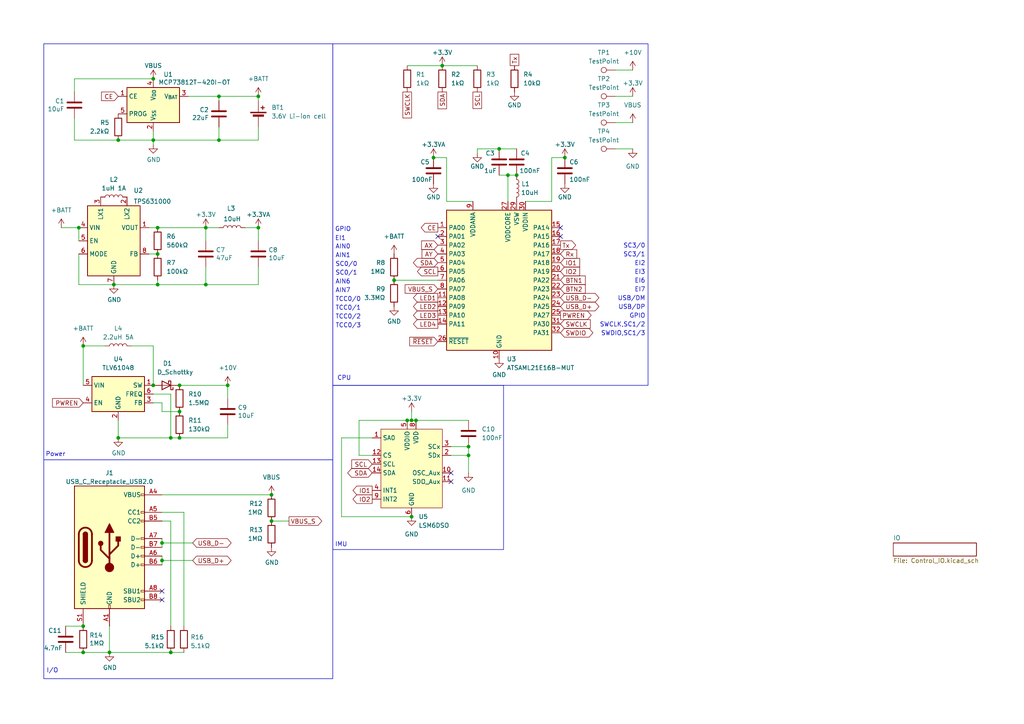
<source format=kicad_sch>
(kicad_sch (version 20250114) (generator "eeschema") (generator_version "9.0")
  (paper "A4")
  (lib_symbols
    (symbol "Battery_Management:MCP73812T-420I-OT"
      (property "Reference" "U" (at -6.35 6.35 0))
      (property "Value" "MCP73812T-420I-OT" (at 1.27 6.35 0))
      (symbol "MCP73812T-420I-OT_0_1"
        (rectangle (start -7.62 5.08) (end 7.62 -5.08) (stroke (width 0.254)) (fill (type background)))
      )
      (symbol "MCP73812T-420I-OT_1_1"
        (pin input line (at -10.16 2.54 0) (length 2.54) (name "CE") (number "1"))
        (pin input line (at -10.16 -2.54 0) (length 2.54) (name "PROG") (number "5"))
        (pin power_in line (at 0 7.62 270) (length 2.54) (name "V_{DD}") (number "4"))
        (pin power_in line (at 0 -7.62 90) (length 2.54) (name "V_{SS}") (number "2"))
        (pin power_out line (at 10.16 2.54 180) (length 2.54) (name "V_{BAT}") (number "3"))
      )
    )
    (symbol "Connector:TestPoint" (pin_numbers (hide yes)) (pin_names (offset 0.762) (hide yes))
      (property "Reference" "TP" (at 0 6.858 0))
      (property "Value" "TestPoint" (at 0 5.08 0))
      (symbol "TestPoint_0_1"
        (circle (center 0 3.302) (radius 0.762))
      )
      (symbol "TestPoint_1_1"
        (pin passive line (at 0 0 90) (length 2.54) (name "1") (number "1"))
      )
    )
    (symbol "Connector:USB_C_Receptacle_USB2.0" (pin_names (offset 1.016))
      (property "Reference" "J" (at -10.16 19.05 0))
      (property "Value" "USB_C_Receptacle_USB2.0" (at 19.05 19.05 0))
      (symbol "USB_C_Receptacle_USB2.0_0_0"
        (rectangle (start -0.254 -17.78) (end 0.254 -16.764))
        (rectangle (start 10.16 15.494) (end 9.144 14.986))
        (rectangle (start 10.16 10.414) (end 9.144 9.906))
        (rectangle (start 10.16 7.874) (end 9.144 7.366))
        (rectangle (start 10.16 2.794) (end 9.144 2.286))
        (rectangle (start 10.16 0.254) (end 9.144 -0.254))
        (rectangle (start 10.16 -2.286) (end 9.144 -2.794))
        (rectangle (start 10.16 -4.826) (end 9.144 -5.334))
        (rectangle (start 10.16 -12.446) (end 9.144 -12.954))
        (rectangle (start 10.16 -14.986) (end 9.144 -15.494))
      )
      (symbol "USB_C_Receptacle_USB2.0_0_1"
        (rectangle (start -10.16 17.78) (end 10.16 -17.78) (stroke (width 0.254)) (fill (type background)))
        (polyline (pts (xy -8.89 -3.81) (xy -8.89 3.81)) (stroke (width 0.508)))
        (rectangle (start -7.62 -3.81) (end -6.35 3.81) (stroke (width 0.254)) (fill (type outline)))
        (arc (start -7.62 3.81) (mid -6.985 4.4423) (end -6.35 3.81) (stroke (width 0.254)))
        (arc (start -7.62 3.81) (mid -6.985 4.4423) (end -6.35 3.81) (stroke (width 0.254)) (fill (type outline)))
        (arc (start -8.89 3.81) (mid -6.985 5.7067) (end -5.08 3.81) (stroke (width 0.508)))
        (arc (start -5.08 -3.81) (mid -6.985 -5.7067) (end -8.89 -3.81) (stroke (width 0.508)))
        (arc (start -6.35 -3.81) (mid -6.985 -4.4423) (end -7.62 -3.81) (stroke (width 0.254)))
        (arc (start -6.35 -3.81) (mid -6.985 -4.4423) (end -7.62 -3.81) (stroke (width 0.254)) (fill (type outline)))
        (polyline (pts (xy -5.08 3.81) (xy -5.08 -3.81)) (stroke (width 0.508)))
        (circle (center -2.54 1.143) (radius 0.635) (stroke (width 0.254)) (fill (type outline)))
        (polyline (pts (xy -1.27 4.318) (xy 0 6.858) (xy 1.27 4.318) (xy -1.27 4.318)) (stroke (width 0.254)) (fill (type outline)))
        (polyline (pts (xy 0 -2.032) (xy 2.54 0.508) (xy 2.54 1.778)) (stroke (width 0.508)))
        (polyline (pts (xy 0 -3.302) (xy -2.54 -0.762) (xy -2.54 0.508)) (stroke (width 0.508)))
        (polyline (pts (xy 0 -5.842) (xy 0 4.318)) (stroke (width 0.508)))
        (circle (center 0 -5.842) (radius 1.27) (fill (type outline)))
        (rectangle (start 1.905 1.778) (end 3.175 3.048) (stroke (width 0.254)) (fill (type outline)))
      )
      (symbol "USB_C_Receptacle_USB2.0_1_1"
        (pin passive line (at -7.62 -22.86 90) (length 5.08) (name "SHIELD") (number "S1"))
        (pin passive line (at 0 -22.86 90) (length 5.08) (name "GND") (number "A1"))
        (pin passive line (at 0 -22.86 90) (length 5.08) (hide yes) (name "GND") (number "A12"))
        (pin passive line (at 0 -22.86 90) (length 5.08) (hide yes) (name "GND") (number "B1"))
        (pin passive line (at 0 -22.86 90) (length 5.08) (hide yes) (name "GND") (number "B12"))
        (pin passive line (at 15.24 15.24 180) (length 5.08) (name "VBUS") (number "A4"))
        (pin passive line (at 15.24 15.24 180) (length 5.08) (hide yes) (name "VBUS") (number "A9"))
        (pin passive line (at 15.24 15.24 180) (length 5.08) (hide yes) (name "VBUS") (number "B4"))
        (pin passive line (at 15.24 15.24 180) (length 5.08) (hide yes) (name "VBUS") (number "B9"))
        (pin bidirectional line (at 15.24 10.16 180) (length 5.08) (name "CC1") (number "A5"))
        (pin bidirectional line (at 15.24 7.62 180) (length 5.08) (name "CC2") (number "B5"))
        (pin bidirectional line (at 15.24 2.54 180) (length 5.08) (name "D-") (number "A7"))
        (pin bidirectional line (at 15.24 0 180) (length 5.08) (name "D-") (number "B7"))
        (pin bidirectional line (at 15.24 -2.54 180) (length 5.08) (name "D+") (number "A6"))
        (pin bidirectional line (at 15.24 -5.08 180) (length 5.08) (name "D+") (number "B6"))
        (pin bidirectional line (at 15.24 -12.7 180) (length 5.08) (name "SBU1") (number "A8"))
        (pin bidirectional line (at 15.24 -15.24 180) (length 5.08) (name "SBU2") (number "B8"))
      )
    )
    (symbol "Custom:LSM6DSO"
      (property "Reference" "U" (at -7.62 -12.7 0))
      (property "Value" "LSM6DSO" (at 7.62 -12.7 0))
      (symbol "LSM6DSO_0_1"
        (rectangle (start -8.89 11.43) (end 8.89 -11.43) (fill (type background)))
      )
      (symbol "LSM6DSO_1_1"
        (pin input line (at -11.43 8.89 0) (length 2.54) (name "SA0") (number "1"))
        (pin input line (at -11.43 3.81 0) (length 2.54) (name "CS") (number "12"))
        (pin input line (at -11.43 1.27 0) (length 2.54) (name "SCL") (number "13"))
        (pin input line (at -11.43 -1.27 0) (length 2.54) (name "SDA") (number "14"))
        (pin output line (at -11.43 -6.35 0) (length 2.54) (name "INT1") (number "4"))
        (pin output line (at -11.43 -8.89 0) (length 2.54) (name "INT2") (number "9"))
        (pin power_in line (at -1.27 13.97 270) (length 2.54) (name "VDDIO") (number "5"))
        (pin power_in line (at 0 -13.97 90) (length 2.54) (name "GND") (number "6"))
        (pin power_in line (at 0 -13.97 90) (length 2.54) (hide yes) (name "GND") (number "7"))
        (pin power_in line (at 1.27 13.97 270) (length 2.54) (name "VDD") (number "8"))
        (pin output line (at 11.43 6.35 180) (length 2.54) (name "SCx") (number "3"))
        (pin bidirectional line (at 11.43 3.81 180) (length 2.54) (name "SDx") (number "2"))
        (pin output line (at 11.43 -1.27 180) (length 2.54) (name "OSC_Aux") (number "10"))
        (pin input line (at 11.43 -3.81 180) (length 2.54) (name "SDO_Aux") (number "11"))
      )
    )
    (symbol "Custom:TLV61048"
      (property "Reference" "U" (at -7.874 -6.604 0))
      (property "Value" "TLV61048" (at 6.35 -6.35 0))
      (symbol "TLV61048_0_1"
        (rectangle (start -7.62 5.08) (end 7.62 -5.08) (stroke (width 0.254)) (fill (type background)))
      )
      (symbol "TLV61048_1_1"
        (pin power_in line (at -10.16 2.54 0) (length 2.54) (name "VIN") (number "5"))
        (pin input line (at -10.16 -2.54 0) (length 2.54) (name "EN") (number "4"))
        (pin power_in line (at 0 -7.62 90) (length 2.54) (name "GND") (number "2"))
        (pin power_out line (at 10.16 2.54 180) (length 2.54) (name "SW") (number "1"))
        (pin input line (at 10.16 0 180) (length 2.54) (name "FREQ") (number "6"))
        (pin input line (at 10.16 -2.54 180) (length 2.54) (name "FB") (number "3"))
      )
    )
    (symbol "Custom:TPS631000"
      (property "Reference" "U" (at -7.112 -12.7 0))
      (property "Value" "TPS631000" (at 8.128 -12.7 0))
      (symbol "TPS631000_0_1"
        (rectangle (start -7.62 10.16) (end 7.62 -10.16) (stroke (width 0.254)) (fill (type background)))
      )
      (symbol "TPS631000_1_0"
        (pin input line (at 10.16 -3.81 180) (length 2.54) (name "FB") (number "8"))
      )
      (symbol "TPS631000_1_1"
        (pin power_in line (at -10.16 3.81 0) (length 2.54) (name "VIN") (number "4"))
        (pin input line (at -10.16 0 0) (length 2.54) (name "EN") (number "5"))
        (pin input line (at -10.16 -3.81 0) (length 2.54) (name "MODE") (number "6"))
        (pin input line (at -3.81 12.7 270) (length 2.54) (name "LX1") (number "3"))
        (pin input line (at 0 -12.7 90) (length 2.54) (name "GND") (number "7"))
        (pin input line (at 3.81 12.7 270) (length 2.54) (name "LX2") (number "2"))
        (pin power_out line (at 10.16 3.81 180) (length 2.54) (name "VOUT") (number "1"))
      )
    )
    (symbol "Device:Battery_Cell" (pin_numbers (hide yes)) (pin_names (offset 0) (hide yes))
      (property "Reference" "BT" (at 2.54 2.54 0))
      (property "Value" "Battery_Cell" (at 2.54 0 0))
      (symbol "Battery_Cell_0_1"
        (rectangle (start -2.286 1.778) (end 2.286 1.524) (fill (type outline)))
        (rectangle (start -1.524 1.016) (end 1.524 0.508) (fill (type outline)))
        (polyline (pts (xy 0 1.778) (xy 0 2.54)))
        (polyline (pts (xy 0 0.762) (xy 0 0)))
        (polyline (pts (xy 0.762 3.048) (xy 1.778 3.048)) (stroke (width 0.254)))
        (polyline (pts (xy 1.27 3.556) (xy 1.27 2.54)) (stroke (width 0.254)))
      )
      (symbol "Battery_Cell_1_1"
        (pin passive line (at 0 5.08 270) (length 2.54) (name "+") (number "1"))
        (pin passive line (at 0 -2.54 90) (length 2.54) (name "-") (number "2"))
      )
    )
    (symbol "Device:C" (pin_numbers (hide yes)) (pin_names (offset 0.254))
      (property "Reference" "C" (at 0.635 2.54 0))
      (property "Value" "C" (at 0.635 -2.54 0))
      (symbol "C_0_1"
        (polyline (pts (xy -2.032 0.762) (xy 2.032 0.762)) (stroke (width 0.508)))
        (polyline (pts (xy -2.032 -0.762) (xy 2.032 -0.762)) (stroke (width 0.508)))
      )
      (symbol "C_1_1"
        (pin passive line (at 0 3.81 270) (length 2.794) (name "~") (number "1"))
        (pin passive line (at 0 -3.81 90) (length 2.794) (name "~") (number "2"))
      )
    )
    (symbol "Device:D_Schottky" (pin_numbers (hide yes)) (pin_names (offset 1.016) (hide yes))
      (property "Reference" "D" (at 0 2.54 0))
      (property "Value" "D_Schottky" (at 0 -2.54 0))
      (symbol "D_Schottky_0_1"
        (polyline (pts (xy -1.905 0.635) (xy -1.905 1.27) (xy -1.27 1.27) (xy -1.27 -1.27) (xy -0.635 -1.27) (xy -0.635 -0.635)) (stroke (width 0.254)))
        (polyline (pts (xy 1.27 1.27) (xy 1.27 -1.27) (xy -1.27 0) (xy 1.27 1.27)) (stroke (width 0.254)))
        (polyline (pts (xy 1.27 0) (xy -1.27 0)))
      )
      (symbol "D_Schottky_1_1"
        (pin passive line (at -3.81 0 0) (length 2.54) (name "K") (number "1"))
        (pin passive line (at 3.81 0 180) (length 2.54) (name "A") (number "2"))
      )
    )
    (symbol "Device:L" (pin_numbers (hide yes)) (pin_names (offset 1.016) (hide yes))
      (property "Reference" "L" (at -1.27 0 90))
      (property "Value" "L" (at 1.905 0 90))
      (symbol "L_0_1"
        (arc (start 0 2.54) (mid 0.6323 1.905) (end 0 1.27))
        (arc (start 0 1.27) (mid 0.6323 0.635) (end 0 0))
        (arc (start 0 0) (mid 0.6323 -0.635) (end 0 -1.27))
        (arc (start 0 -1.27) (mid 0.6323 -1.905) (end 0 -2.54))
      )
      (symbol "L_1_1"
        (pin passive line (at 0 3.81 270) (length 1.27) (name "1") (number "1"))
        (pin passive line (at 0 -3.81 90) (length 1.27) (name "2") (number "2"))
      )
    )
    (symbol "Device:R" (pin_numbers (hide yes)) (pin_names (offset 0))
      (property "Reference" "R" (at 2.032 0 90))
      (property "Value" "R" (at 0 0 90))
      (symbol "R_0_1"
        (rectangle (start -1.016 -2.54) (end 1.016 2.54) (stroke (width 0.254)))
      )
      (symbol "R_1_1"
        (pin passive line (at 0 3.81 270) (length 1.27) (name "~") (number "1"))
        (pin passive line (at 0 -3.81 90) (length 1.27) (name "~") (number "2"))
      )
    )
    (symbol "MCU_Microchip_SAML:ATSAML21E16B-MUT"
      (property "Reference" "U" (at -17.78 22.86 0))
      (property "Value" "ATSAML21E16B-MUT" (at -12.7 -22.86 0))
      (symbol "ATSAML21E16B-MUT_0_1"
        (rectangle (start -15.24 20.32) (end 15.24 -20.32) (stroke (width 0.254)) (fill (type background)))
      )
      (symbol "ATSAML21E16B-MUT_1_1"
        (pin bidirectional line (at -17.78 15.24 0) (length 2.54) (name "PA00") (number "1"))
        (pin bidirectional line (at -17.78 12.7 0) (length 2.54) (name "PA01") (number "2"))
        (pin bidirectional line (at -17.78 10.16 0) (length 2.54) (name "PA02") (number "3"))
        (pin bidirectional line (at -17.78 7.62 0) (length 2.54) (name "PA03") (number "4"))
        (pin bidirectional line (at -17.78 5.08 0) (length 2.54) (name "PA04") (number "5"))
        (pin bidirectional line (at -17.78 2.54 0) (length 2.54) (name "PA05") (number "6"))
        (pin bidirectional line (at -17.78 0 0) (length 2.54) (name "PA06") (number "7"))
        (pin bidirectional line (at -17.78 -2.54 0) (length 2.54) (name "PA07") (number "8"))
        (pin bidirectional line (at -17.78 -5.08 0) (length 2.54) (name "PA08") (number "11"))
        (pin bidirectional line (at -17.78 -7.62 0) (length 2.54) (name "PA09") (number "12"))
        (pin bidirectional line (at -17.78 -10.16 0) (length 2.54) (name "PA10") (number "13"))
        (pin bidirectional line (at -17.78 -12.7 0) (length 2.54) (name "PA11") (number "14"))
        (pin input line (at -17.78 -17.78 0) (length 2.54) (name "~{RESET}") (number "26"))
        (pin power_in line (at -7.62 22.86 270) (length 2.54) (name "VDDANA") (number "9"))
        (pin power_in line (at 0 -22.86 90) (length 2.54) (name "GND") (number "10"))
        (pin passive line (at 0 -22.86 90) (length 2.54) (hide yes) (name "GND") (number "28"))
        (pin passive line (at 0 -22.86 90) (length 2.54) (hide yes) (name "GND") (number "33"))
        (pin power_in line (at 2.54 22.86 270) (length 2.54) (name "VDDCORE") (number "27"))
        (pin power_out line (at 5.08 22.86 270) (length 2.54) (name "VSW") (number "29"))
        (pin power_in line (at 7.62 22.86 270) (length 2.54) (name "VDDIN") (number "30"))
        (pin bidirectional line (at 17.78 15.24 180) (length 2.54) (name "PA14") (number "15"))
        (pin bidirectional line (at 17.78 12.7 180) (length 2.54) (name "PA15") (number "16"))
        (pin bidirectional line (at 17.78 10.16 180) (length 2.54) (name "PA16") (number "17"))
        (pin bidirectional line (at 17.78 7.62 180) (length 2.54) (name "PA17") (number "18"))
        (pin bidirectional line (at 17.78 5.08 180) (length 2.54) (name "PA18") (number "19"))
        (pin bidirectional line (at 17.78 2.54 180) (length 2.54) (name "PA19") (number "20"))
        (pin bidirectional line (at 17.78 0 180) (length 2.54) (name "PA22") (number "21"))
        (pin bidirectional line (at 17.78 -2.54 180) (length 2.54) (name "PA23") (number "22"))
        (pin bidirectional line (at 17.78 -5.08 180) (length 2.54) (name "PA24") (number "23"))
        (pin bidirectional line (at 17.78 -7.62 180) (length 2.54) (name "PA25") (number "24"))
        (pin bidirectional line (at 17.78 -10.16 180) (length 2.54) (name "PA27") (number "25"))
        (pin bidirectional line (at 17.78 -12.7 180) (length 2.54) (name "PA30") (number "31"))
        (pin bidirectional line (at 17.78 -15.24 180) (length 2.54) (name "PA31") (number "32"))
      )
    )
    (symbol "power:+10V" (power) (pin_numbers (hide yes)) (pin_names (offset 0) (hide yes))
      (property "Value" "+10V" (at 0 3.556 0))
      (symbol "+10V_0_1"
        (polyline (pts (xy -0.762 1.27) (xy 0 2.54)))
        (polyline (pts (xy 0 2.54) (xy 0.762 1.27)))
        (polyline (pts (xy 0 0) (xy 0 2.54)))
      )
      (symbol "+10V_1_1"
        (pin power_in line (at 0 0 90) (length 0) (name "~") (number "1"))
      )
    )
    (symbol "power:+3.3V" (power) (pin_names (offset 0))
      (property "Value" "+3.3V" (at 0 3.556 0))
      (symbol "+3.3V_0_1"
        (polyline (pts (xy -0.762 1.27) (xy 0 2.54)))
        (polyline (pts (xy 0 2.54) (xy 0.762 1.27)))
        (polyline (pts (xy 0 0) (xy 0 2.54)))
      )
      (symbol "+3.3V_1_1"
        (pin power_in line (at 0 0 90) (length 0) (hide yes) (name "+3.3V") (number "1"))
      )
    )
    (symbol "power:+3.3VA" (power) (pin_names (offset 0))
      (property "Value" "+3.3VA" (at 0 3.556 0))
      (symbol "+3.3VA_0_1"
        (polyline (pts (xy -0.762 1.27) (xy 0 2.54)))
        (polyline (pts (xy 0 2.54) (xy 0.762 1.27)))
        (polyline (pts (xy 0 0) (xy 0 2.54)))
      )
      (symbol "+3.3VA_1_1"
        (pin power_in line (at 0 0 90) (length 0) (hide yes) (name "+3.3VA") (number "1"))
      )
    )
    (symbol "power:+BATT" (power) (pin_numbers (hide yes)) (pin_names (offset 0) (hide yes))
      (property "Value" "+BATT" (at 0 3.556 0))
      (symbol "+BATT_0_1"
        (polyline (pts (xy -0.762 1.27) (xy 0 2.54)))
        (polyline (pts (xy 0 2.54) (xy 0.762 1.27)))
        (polyline (pts (xy 0 0) (xy 0 2.54)))
      )
      (symbol "+BATT_1_1"
        (pin power_in line (at 0 0 90) (length 0) (name "~") (number "1"))
      )
    )
    (symbol "power:GND" (power) (pin_names (offset 0))
      (property "Value" "GND" (at 0 -3.81 0))
      (symbol "GND_0_1"
        (polyline (pts (xy 0 0) (xy 0 -1.27) (xy 1.27 -1.27) (xy 0 -2.54) (xy -1.27 -1.27) (xy 0 -1.27)))
      )
      (symbol "GND_1_1"
        (pin power_in line (at 0 0 270) (length 0) (hide yes) (name "GND") (number "1"))
      )
    )
    (symbol "power:VBUS" (power) (pin_numbers (hide yes)) (pin_names (offset 0) (hide yes))
      (property "Value" "VBUS" (at 0 3.556 0))
      (symbol "VBUS_0_1"
        (polyline (pts (xy -0.762 1.27) (xy 0 2.54)))
        (polyline (pts (xy 0 2.54) (xy 0.762 1.27)))
        (polyline (pts (xy 0 0) (xy 0 2.54)))
      )
      (symbol "VBUS_1_1"
        (pin power_in line (at 0 0 90) (length 0) (name "~") (number "1"))
      )
    )
  )
  (rectangle (start 12.7 133.35) (end 96.52 196.85))
  (rectangle (start 96.52 111.76) (end 146.05 159.385))
  (rectangle (start 96.52 12.7) (end 187.96 111.76))
  (rectangle (start 12.7 12.7) (end 96.52 133.35))
  (text "EI2" (at 187.198 77.216 0) (effects (font (size 1.27 1.27)) (justify right bottom)))
  (text "EI6" (at 187.198 82.296 0) (effects (font (size 1.27 1.27)) (justify right bottom)))
  (text "USB/DM" (at 187.198 87.376 0) (effects (font (size 1.27 1.27)) (justify right bottom)))
  (text "TCC0/1" (at 97.2602 90.1563 0) (effects (font (size 1.27 1.27)) (justify left bottom)))
  (text "SC0/1" (at 97.2602 79.9963 0) (effects (font (size 1.27 1.27)) (justify left bottom)))
  (text "AIN7" (at 97.2602 85.0763 0) (effects (font (size 1.27 1.27)) (justify left bottom)))
  (text "AIN6" (at 97.2602 82.5363 0) (effects (font (size 1.27 1.27)) (justify left bottom)))
  (text "SWDIO,SC1/3" (at 187.198 97.536 0) (effects (font (size 1.27 1.27)) (justify right bottom)))
  (text "EI3" (at 187.198 79.756 0) (effects (font (size 1.27 1.27)) (justify right bottom)))
  (text "AIN1" (at 97.2602 74.9163 0) (effects (font (size 1.27 1.27)) (justify left bottom)))
  (text "TCC0/3" (at 97.282 95.25 0) (effects (font (size 1.27 1.27)) (justify left bottom)))
  (text "GPIO" (at 187.198 92.456 0) (effects (font (size 1.27 1.27)) (justify right bottom)))
  (text "EI7" (at 187.198 84.836 0) (effects (font (size 1.27 1.27)) (justify right bottom)))
  (text "TCC0/0" (at 97.2602 87.6163 0) (effects (font (size 1.27 1.27)) (justify left bottom)))
  (text "GPIO" (at 97.155 67.31 0) (effects (font (size 1.27 1.27)) (justify left bottom)))
  (text "IMU" (at 97.155 158.75 0) (effects (font (size 1.27 1.27)) (justify left bottom)))
  (text "USB/DP" (at 187.198 89.916 0) (effects (font (size 1.27 1.27)) (justify right bottom)))
  (text "EI1" (at 97.155 69.215 0) (effects (font (size 1.27 1.27)) (justify left)))
  (text "TCC0/2" (at 97.2602 92.6963 0) (effects (font (size 1.27 1.27)) (justify left bottom)))
  (text "Power" (at 13.208 132.588 0) (effects (font (size 1.27 1.27)) (justify left bottom)))
  (text "AIN0" (at 97.2602 72.3763 0) (effects (font (size 1.27 1.27)) (justify left bottom)))
  (text "SC3/0" (at 187.198 72.136 0) (effects (font (size 1.27 1.27)) (justify right bottom)))
  (text "SC3/1" (at 187.198 74.676 0) (effects (font (size 1.27 1.27)) (justify right bottom)))
  (text "SWCLK,SC1/2" (at 187.198 94.996 0) (effects (font (size 1.27 1.27)) (justify right bottom)))
  (text "SC0/0" (at 97.2602 77.4563 0) (effects (font (size 1.27 1.27)) (justify left bottom)))
  (text "I/O" (at 13.462 195.326 0) (effects (font (size 1.27 1.27)) (justify left bottom)))
  (text "CPU" (at 97.79 110.49 0) (effects (font (size 1.27 1.27)) (justify left bottom)))
  (junction (at 45.72 66.04))
  (junction (at 52.07 119.38))
  (junction (at 46.99 162.56))
  (junction (at 74.93 27.94))
  (junction (at 34.29 127))
  (junction (at 74.93 66.04))
  (junction (at 24.13 181.61))
  (junction (at 24.13 100.33))
  (junction (at 118.11 121.92))
  (junction (at 49.53 127))
  (junction (at 135.89 132.08))
  (junction (at 135.89 129.54))
  (junction (at 49.53 189.23))
  (junction (at 119.38 149.86))
  (junction (at 31.75 189.23))
  (junction (at 46.99 157.48))
  (junction (at 59.69 82.55))
  (junction (at 44.45 40.64))
  (junction (at 125.73 45.72))
  (junction (at 147.32 50.8))
  (junction (at 78.74 151.13))
  (junction (at 78.74 143.51))
  (junction (at 24.13 189.23))
  (junction (at 144.78 43.18))
  (junction (at 52.07 111.76))
  (junction (at 63.5 27.94))
  (junction (at 114.3 81.28))
  (junction (at 149.86 50.8))
  (junction (at 52.07 127))
  (junction (at 22.86 66.04))
  (junction (at 128.27 19.05))
  (junction (at 45.72 82.55))
  (junction (at 45.72 73.66))
  (junction (at 120.65 121.92))
  (junction (at 63.5 40.64))
  (junction (at 59.69 66.04))
  (junction (at 44.45 111.76))
  (junction (at 33.02 82.55))
  (junction (at 163.83 45.72))
  (junction (at 44.45 22.86))
  (junction (at 119.38 121.92))
  (junction (at 66.04 111.76))
  (junction (at 34.29 40.64))
  (no_connect (at 162.56 68.58))
  (no_connect (at 46.99 173.99))
  (no_connect (at 162.56 66.04))
  (no_connect (at 130.81 137.16))
  (no_connect (at 127 68.58))
  (no_connect (at 46.99 171.45))
  (no_connect (at 130.81 139.7))
  (wire (pts (xy 74.93 66.04) (xy 74.93 69.85)))
  (wire (pts (xy 59.69 82.55) (xy 59.69 77.47)))
  (wire (pts (xy 129.54 45.72) (xy 125.73 45.72)))
  (wire (pts (xy 53.34 148.59) (xy 46.99 148.59)))
  (wire (pts (xy 46.99 151.13) (xy 49.53 151.13)))
  (wire (pts (xy 66.04 111.76) (xy 52.07 111.76)))
  (wire (pts (xy 130.81 132.08) (xy 135.89 132.08)))
  (wire (pts (xy 160.02 58.42) (xy 152.4 58.42)))
  (wire (pts (xy 21.59 26.67) (xy 21.59 22.86)))
  (wire (pts (xy 74.93 29.21) (xy 74.93 27.94)))
  (wire (pts (xy 130.81 129.54) (xy 135.89 129.54)))
  (wire (pts (xy 99.06 127) (xy 107.95 127)))
  (wire (pts (xy 21.59 40.64) (xy 34.29 40.64)))
  (wire (pts (xy 21.59 22.86) (xy 44.45 22.86)))
  (wire (pts (xy 178.435 27.94) (xy 183.515 27.94)))
  (wire (pts (xy 63.5 27.94) (xy 74.93 27.94)))
  (wire (pts (xy 53.34 181.61) (xy 53.34 148.59)))
  (wire (pts (xy 149.86 50.8) (xy 147.32 50.8)))
  (wire (pts (xy 54.61 27.94) (xy 63.5 27.94)))
  (wire (pts (xy 21.59 34.29) (xy 21.59 40.64)))
  (wire (pts (xy 46.99 119.38) (xy 52.07 119.38)))
  (wire (pts (xy 43.18 73.66) (xy 45.72 73.66)))
  (wire (pts (xy 74.93 36.83) (xy 74.93 40.64)))
  (wire (pts (xy 17.78 66.04) (xy 22.86 66.04)))
  (wire (pts (xy 104.14 121.92) (xy 118.11 121.92)))
  (wire (pts (xy 59.69 82.55) (xy 74.93 82.55)))
  (wire (pts (xy 59.69 66.04) (xy 63.5 66.04)))
  (wire (pts (xy 114.3 81.28) (xy 127 81.28)))
  (wire (pts (xy 33.02 82.55) (xy 45.72 82.55)))
  (wire (pts (xy 104.14 132.08) (xy 104.14 121.92)))
  (wire (pts (xy 129.54 58.42) (xy 137.16 58.42)))
  (wire (pts (xy 34.29 40.64) (xy 44.45 40.64)))
  (wire (pts (xy 118.11 121.92) (xy 119.38 121.92)))
  (wire (pts (xy 45.72 81.28) (xy 45.72 82.55)))
  (wire (pts (xy 178.435 35.56) (xy 183.515 35.56)))
  (wire (pts (xy 119.38 121.92) (xy 120.65 121.92)))
  (wire (pts (xy 118.11 19.05) (xy 128.27 19.05)))
  (wire (pts (xy 31.75 181.61) (xy 31.75 189.23)))
  (wire (pts (xy 38.1 100.33) (xy 44.45 100.33)))
  (wire (pts (xy 19.05 181.61) (xy 24.13 181.61)))
  (wire (pts (xy 120.65 121.92) (xy 135.89 121.92)))
  (wire (pts (xy 63.5 27.94) (xy 63.5 29.21)))
  (wire (pts (xy 46.99 143.51) (xy 78.74 143.51)))
  (wire (pts (xy 78.74 151.13) (xy 83.82 151.13)))
  (wire (pts (xy 22.86 82.55) (xy 33.02 82.55)))
  (wire (pts (xy 160.02 45.72) (xy 160.02 58.42)))
  (wire (pts (xy 46.99 157.48) (xy 55.88 157.48)))
  (wire (pts (xy 49.53 127) (xy 34.29 127)))
  (wire (pts (xy 119.38 149.86) (xy 99.06 149.86)))
  (wire (pts (xy 44.45 116.84) (xy 46.99 116.84)))
  (wire (pts (xy 66.04 111.76) (xy 66.04 115.57)))
  (wire (pts (xy 44.45 114.3) (xy 49.53 114.3)))
  (wire (pts (xy 31.75 189.23) (xy 49.53 189.23)))
  (wire (pts (xy 46.99 116.84) (xy 46.99 119.38)))
  (wire (pts (xy 24.13 189.23) (xy 31.75 189.23)))
  (wire (pts (xy 43.18 66.04) (xy 45.72 66.04)))
  (wire (pts (xy 66.04 127) (xy 52.07 127)))
  (wire (pts (xy 19.05 189.23) (xy 24.13 189.23)))
  (wire (pts (xy 99.06 149.86) (xy 99.06 127)))
  (wire (pts (xy 52.07 127) (xy 49.53 127)))
  (wire (pts (xy 22.86 73.66) (xy 22.86 82.55)))
  (wire (pts (xy 178.435 20.32) (xy 183.515 20.32)))
  (wire (pts (xy 22.86 66.04) (xy 22.86 69.85)))
  (wire (pts (xy 178.435 43.18) (xy 183.515 43.18)))
  (wire (pts (xy 45.72 66.04) (xy 59.69 66.04)))
  (wire (pts (xy 66.04 123.19) (xy 66.04 127)))
  (wire (pts (xy 119.38 119.38) (xy 119.38 121.92)))
  (wire (pts (xy 24.13 111.76) (xy 24.13 100.33)))
  (wire (pts (xy 63.5 40.64) (xy 74.93 40.64)))
  (wire (pts (xy 63.5 36.83) (xy 63.5 40.64)))
  (wire (pts (xy 46.99 156.21) (xy 46.99 157.48)))
  (wire (pts (xy 44.45 40.64) (xy 44.45 38.1)))
  (wire (pts (xy 49.53 151.13) (xy 49.53 181.61)))
  (wire (pts (xy 107.95 132.08) (xy 104.14 132.08)))
  (wire (pts (xy 49.53 189.23) (xy 53.34 189.23)))
  (wire (pts (xy 147.32 50.8) (xy 147.32 58.42)))
  (wire (pts (xy 138.43 44.45) (xy 138.43 43.18)))
  (wire (pts (xy 138.43 43.18) (xy 144.78 43.18)))
  (wire (pts (xy 46.99 162.56) (xy 46.99 163.83)))
  (wire (pts (xy 144.78 43.18) (xy 149.86 43.18)))
  (wire (pts (xy 147.32 50.8) (xy 144.78 50.8)))
  (wire (pts (xy 44.45 100.33) (xy 44.45 111.76)))
  (wire (pts (xy 135.89 132.08) (xy 135.89 137.16)))
  (wire (pts (xy 46.99 162.56) (xy 55.88 162.56)))
  (wire (pts (xy 129.54 58.42) (xy 129.54 45.72)))
  (wire (pts (xy 49.53 114.3) (xy 49.53 127)))
  (wire (pts (xy 46.99 161.29) (xy 46.99 162.56)))
  (wire (pts (xy 71.12 66.04) (xy 74.93 66.04)))
  (wire (pts (xy 44.45 40.64) (xy 63.5 40.64)))
  (wire (pts (xy 46.99 157.48) (xy 46.99 158.75)))
  (wire (pts (xy 24.13 100.33) (xy 30.48 100.33)))
  (wire (pts (xy 128.27 19.05) (xy 138.43 19.05)))
  (wire (pts (xy 59.69 66.04) (xy 59.69 69.85)))
  (wire (pts (xy 74.93 82.55) (xy 74.93 77.47)))
  (wire (pts (xy 160.02 45.72) (xy 163.83 45.72)))
  (wire (pts (xy 45.72 82.55) (xy 59.69 82.55)))
  (wire (pts (xy 44.45 41.91) (xy 44.45 40.64)))
  (wire (pts (xy 135.89 129.54) (xy 135.89 132.08)))
  (wire (pts (xy 34.29 127) (xy 34.29 121.92)))
  (global_label "LED4" (shape output) (at 127 93.98 180) (property "Intersheetrefs" "${INTERSHEET_REFS}" (effects (hide yes))))
  (global_label "BTN2" (shape input) (at 162.56 83.82 0) (property "Intersheetrefs" "${INTERSHEET_REFS}" (effects (hide yes))))
  (global_label "LED2" (shape output) (at 127 88.9 180) (property "Intersheetrefs" "${INTERSHEET_REFS}" (effects (hide yes))))
  (global_label "Tx" (shape output) (at 162.56 71.12 0) (property "Intersheetrefs" "${INTERSHEET_REFS}" (effects (hide yes))))
  (global_label "AY" (shape input) (at 127 73.66 180) (property "Intersheetrefs" "${INTERSHEET_REFS}" (effects (hide yes))))
  (global_label "BTN1" (shape input) (at 162.56 81.28 0) (property "Intersheetrefs" "${INTERSHEET_REFS}" (effects (hide yes))))
  (global_label "CE" (shape input) (at 34.29 27.94 180) (property "Intersheetrefs" "${INTERSHEET_REFS}" (effects (hide yes))))
  (global_label "~{RESET}" (shape input) (at 127 99.06 180) (property "Intersheetrefs" "${INTERSHEET_REFS}" (effects (hide yes))))
  (global_label "SWCLK" (shape passive) (at 118.11 26.67 270) (property "Intersheetrefs" "${INTERSHEET_REFS}" (effects (hide yes))))
  (global_label "SDA" (shape passive) (at 128.27 26.67 270) (property "Intersheetrefs" "${INTERSHEET_REFS}" (effects (hide yes))))
  (global_label "IO2" (shape output) (at 107.95 144.78 180) (property "Intersheetrefs" "${INTERSHEET_REFS}" (effects (hide yes))))
  (global_label "PWREN" (shape input) (at 24.13 116.84 180) (property "Intersheetrefs" "${INTERSHEET_REFS}" (effects (hide yes))))
  (global_label "VBUS_S" (shape input) (at 127 83.82 180) (property "Intersheetrefs" "${INTERSHEET_REFS}" (effects (hide yes))))
  (global_label "SWCLK" (shape input) (at 162.56 93.98 0) (property "Intersheetrefs" "${INTERSHEET_REFS}" (effects (hide yes))))
  (global_label "SCL" (shape input) (at 107.95 134.62 180) (property "Intersheetrefs" "${INTERSHEET_REFS}" (effects (hide yes))))
  (global_label "USB_D+" (shape bidirectional) (at 55.88 162.56 0) (property "Intersheetrefs" "${INTERSHEET_REFS}" (effects (hide yes))))
  (global_label "VBUS_S" (shape output) (at 83.82 151.13 0) (property "Intersheetrefs" "${INTERSHEET_REFS}" (effects (hide yes))))
  (global_label "SCL" (shape passive) (at 138.43 26.67 270) (property "Intersheetrefs" "${INTERSHEET_REFS}" (effects (hide yes))))
  (global_label "USB_D-" (shape bidirectional) (at 162.56 86.36 0) (property "Intersheetrefs" "${INTERSHEET_REFS}" (effects (hide yes))))
  (global_label "IO2" (shape input) (at 162.56 78.74 0) (property "Intersheetrefs" "${INTERSHEET_REFS}" (effects (hide yes))))
  (global_label "CE" (shape output) (at 127 66.04 180) (property "Intersheetrefs" "${INTERSHEET_REFS}" (effects (hide yes))))
  (global_label "SWDIO" (shape bidirectional) (at 162.56 96.52 0) (property "Intersheetrefs" "${INTERSHEET_REFS}" (effects (hide yes))))
  (global_label "Rx" (shape input) (at 162.56 73.66 0) (property "Intersheetrefs" "${INTERSHEET_REFS}" (effects (hide yes))))
  (global_label "LED1" (shape output) (at 127 86.36 180) (property "Intersheetrefs" "${INTERSHEET_REFS}" (effects (hide yes))))
  (global_label "SCL" (shape output) (at 127 78.74 180) (property "Intersheetrefs" "${INTERSHEET_REFS}" (effects (hide yes))))
  (global_label "USB_D-" (shape bidirectional) (at 55.88 157.48 0) (property "Intersheetrefs" "${INTERSHEET_REFS}" (effects (hide yes))))
  (global_label "USB_D+" (shape bidirectional) (at 162.56 88.9 0) (property "Intersheetrefs" "${INTERSHEET_REFS}" (effects (hide yes))))
  (global_label "PWREN" (shape output) (at 162.56 91.44 0) (property "Intersheetrefs" "${INTERSHEET_REFS}" (effects (hide yes))))
  (global_label "IO1" (shape output) (at 107.95 142.24 180) (property "Intersheetrefs" "${INTERSHEET_REFS}" (effects (hide yes))))
  (global_label "SDA" (shape bidirectional) (at 127 76.2 180) (property "Intersheetrefs" "${INTERSHEET_REFS}" (effects (hide yes))))
  (global_label "LED3" (shape output) (at 127 91.44 180) (property "Intersheetrefs" "${INTERSHEET_REFS}" (effects (hide yes))))
  (global_label "AX" (shape input) (at 127 71.12 180) (property "Intersheetrefs" "${INTERSHEET_REFS}" (effects (hide yes))))
  (global_label "Tx" (shape passive) (at 149.225 19.05 90) (property "Intersheetrefs" "${INTERSHEET_REFS}" (effects (hide yes))))
  (global_label "SDA" (shape bidirectional) (at 107.95 137.16 180) (property "Intersheetrefs" "${INTERSHEET_REFS}" (effects (hide yes))))
  (global_label "IO1" (shape input) (at 162.56 76.2 0) (property "Intersheetrefs" "${INTERSHEET_REFS}" (effects (hide yes))))
  (symbol (lib_id "power:GND") (at 125.73 53.34 0) (unit 1)
    (property "Reference" "#PWR013" (effects (hide yes)))
    (property "Value" "GND" (at 125.73 57.15 0))
  )
  (symbol (lib_id "Connector:TestPoint") (at 178.435 43.18 90) (unit 1)
    (property "Reference" "TP4" (at 175.133 38.1 90))
    (property "Value" "TestPoint" (at 175.133 40.64 90))
    (property "Footprint" "TestPoint:TestPoint_Pad_D2.5mm" (effects (hide yes)))
    (property "Description" "test point" (effects (hide yes)))
  )
  (symbol (lib_id "Device:R") (at 138.43 22.86 0) (unit 1)
    (property "Reference" "R3" (at 140.97 21.59 0) (effects (justify left)))
    (property "Value" "1kΩ" (at 140.97 24.13 0) (effects (justify left)))
    (property "Footprint" "Resistor_SMD:R_0603_1608Metric" (effects (hide yes)))
  )
  (symbol (lib_id "Device:C") (at 135.89 125.73 180) (unit 1)
    (property "Reference" "C10" (at 139.7 124.4599 0) (effects (justify right)))
    (property "Value" "100nF" (at 139.7 126.9999 0) (effects (justify right)))
    (property "Footprint" "Capacitor_SMD:C_0603_1608Metric" (effects (hide yes)))
  )
  (symbol (lib_id "power:+BATT") (at 114.3 73.66 0) (unit 1)
    (property "Reference" "#PWR018" (effects (hide yes)))
    (property "Value" "+BATT" (at 114.3 68.58 0))
    (property "Description" "Power symbol creates a global label with name \"+BATT\"" (effects (hide yes)))
  )
  (symbol (lib_id "power:+10V") (at 66.04 111.76 0) (unit 1)
    (property "Reference" "#PWR023" (effects (hide yes)))
    (property "Value" "+10V" (at 66.04 106.68 0))
    (property "Description" "Power symbol creates a global label with name \"+10V\"" (effects (hide yes)))
  )
  (symbol (lib_id "Device:R") (at 45.72 77.47 0) (unit 1)
    (property "Reference" "R7" (at 48.26 76.1999 0) (effects (justify left)))
    (property "Value" "100kΩ" (at 48.26 78.7399 0) (effects (justify left)))
    (property "Footprint" "Resistor_SMD:R_0603_1608Metric" (effects (hide yes)))
    (property "Description" "Resistor" (effects (hide yes)))
  )
  (symbol (lib_id "Device:C") (at 149.86 46.99 0) (mirror y) (unit 1)
    (property "Reference" "C4" (at 153.67 44.45 0) (effects (justify left)))
    (property "Value" "100nF" (at 153.67 49.53 0))
    (property "Footprint" "Capacitor_SMD:C_0603_1608Metric" (effects (hide yes)))
  )
  (symbol (lib_id "Device:C") (at 66.04 119.38 0) (unit 1)
    (property "Reference" "C9" (at 68.961 118.2116 0) (effects (justify left)))
    (property "Value" "10uF" (at 68.961 120.523 0) (effects (justify left)))
    (property "Footprint" "Capacitor_SMD:C_0603_1608Metric" (effects (hide yes)))
  )
  (symbol (lib_id "Device:D_Schottky") (at 48.26 111.76 180) (unit 1)
    (property "Reference" "D1" (at 48.5775 105.41 0))
    (property "Value" "D_Schottky" (at 50.8 107.95 0))
    (property "Footprint" "Diode_SMD:D_SMA" (effects (hide yes)))
    (property "Description" "Schottky diode" (effects (hide yes)))
  )
  (symbol (lib_id "Connector:TestPoint") (at 178.435 27.94 90) (unit 1)
    (property "Reference" "TP2" (at 175.133 22.86 90))
    (property "Value" "TestPoint" (at 175.133 25.4 90))
    (property "Footprint" "TestPoint:TestPoint_Pad_D2.5mm" (effects (hide yes)))
    (property "Description" "test point" (effects (hide yes)))
  )
  (symbol (lib_id "power:GND") (at 119.38 149.86 0) (unit 1)
    (property "Reference" "#PWR028" (effects (hide yes)))
    (property "Value" "GND" (at 119.38 154.94 0))
  )
  (symbol (lib_id "power:+BATT") (at 17.78 66.04 0) (unit 1)
    (property "Reference" "#PWR015" (effects (hide yes)))
    (property "Value" "+BATT" (at 17.78 60.96 0))
    (property "Description" "Power symbol creates a global label with name \"+BATT\"" (effects (hide yes)))
  )
  (symbol (lib_id "power:GND") (at 34.29 127 0) (unit 1)
    (property "Reference" "#PWR025" (effects (hide yes)))
    (property "Value" "GND" (at 34.417 131.3942 0))
  )
  (symbol (lib_id "power:GND") (at 44.45 41.91 0) (unit 1)
    (property "Reference" "#PWR08" (effects (hide yes)))
    (property "Value" "GND" (at 44.577 46.3042 0))
  )
  (symbol (lib_id "power:GND") (at 144.78 104.14 0) (unit 1)
    (property "Reference" "#PWR022" (effects (hide yes)))
    (property "Value" "GND" (at 144.78 108.712 0))
  )
  (symbol (lib_id "power:GND") (at 114.3 88.9 0) (unit 1)
    (property "Reference" "#PWR020" (effects (hide yes)))
    (property "Value" "GND" (at 114.3 93.218 0))
  )
  (symbol (lib_id "Device:L") (at 149.86 54.61 0) (unit 1)
    (property "Reference" "L1" (at 153.67 53.34 0) (effects (justify right)))
    (property "Value" "10uH" (at 156.21 55.88 0) (effects (justify right)))
    (property "Footprint" "Capacitor_SMD:C_0603_1608Metric" (effects (hide yes)))
  )
  (symbol (lib_id "power:+BATT") (at 24.13 100.33 0) (unit 1)
    (property "Reference" "#PWR021" (effects (hide yes)))
    (property "Value" "+BATT" (at 24.13 95.25 0))
    (property "Description" "Power symbol creates a global label with name \"+BATT\"" (effects (hide yes)))
  )
  (symbol (lib_id "Device:C") (at 63.5 33.02 0) (mirror y) (unit 1)
    (property "Reference" "C2" (at 60.579 31.8516 0) (effects (justify left)))
    (property "Value" "22uF" (at 60.579 34.163 0) (effects (justify left)))
    (property "Footprint" "Capacitor_SMD:C_0603_1608Metric" (effects (hide yes)))
  )
  (symbol (lib_id "Device:R") (at 24.13 185.42 0) (unit 1)
    (property "Reference" "R14" (at 25.908 184.2516 0) (effects (justify left)))
    (property "Value" "1MΩ" (at 25.908 186.563 0) (effects (justify left)))
    (property "Footprint" "Resistor_SMD:R_0603_1608Metric" (effects (hide yes)))
  )
  (symbol (lib_id "Device:L") (at 67.31 66.04 90) (unit 1)
    (property "Reference" "L3" (at 65.786 60.452 90) (effects (justify right)))
    (property "Value" "10uH" (at 64.77 63.5 90) (effects (justify right)))
    (property "Footprint" "Capacitor_SMD:C_0603_1608Metric" (effects (hide yes)))
  )
  (symbol (lib_id "power:GND") (at 149.225 26.67 0) (unit 1)
    (property "Reference" "#PWR04" (effects (hide yes)))
    (property "Value" "GND" (at 149.225 30.48 0))
  )
  (symbol (lib_id "power:GND") (at 135.89 137.16 0) (unit 1)
    (property "Reference" "#PWR026" (effects (hide yes)))
    (property "Value" "GND" (at 135.89 142.24 0))
  )
  (symbol (lib_id "power:VBUS") (at 183.515 35.56 0) (unit 1)
    (property "Reference" "#PWR07" (effects (hide yes)))
    (property "Value" "VBUS" (at 183.515 30.48 0))
    (property "Description" "Power symbol creates a global label with name \"VBUS\"" (effects (hide yes)))
  )
  (symbol (lib_id "Connector:USB_C_Receptacle_USB2.0") (at 31.75 158.75 0) (unit 1)
    (property "Reference" "J1" (at 31.75 137.16 0))
    (property "Value" "USB_C_Receptacle_USB2.0" (at 31.75 139.7 0))
    (property "Footprint" "Custom:USB4080" (effects (hide yes)))
    (property "Datasheet" "https://www.usb.org/sites/default/files/documents/usb_type-c.zip" (effects (hide yes)))
  )
  (symbol (lib_id "power:VBUS") (at 44.45 22.86 0) (unit 1)
    (property "Reference" "#PWR03" (effects (hide yes)))
    (property "Value" "VBUS" (at 44.45 19.05 0))
    (property "Description" "Power symbol creates a global label with name \"VBUS\"" (effects (hide yes)))
  )
  (symbol (lib_id "Device:L") (at 33.02 57.15 90) (unit 1)
    (property "Reference" "L2" (at 33.02 52.07 90))
    (property "Value" "1uH 1A" (at 33.02 54.61 90))
    (property "Footprint" "Inductor_SMD:L_0805_2012Metric" (effects (hide yes)))
    (property "Description" "Inductor" (effects (hide yes)))
  )
  (symbol (lib_id "Device:R") (at 52.07 123.19 0) (unit 1)
    (property "Reference" "R11" (at 54.61 121.9199 0) (effects (justify left)))
    (property "Value" "130kΩ" (at 54.61 124.4599 0) (effects (justify left)))
    (property "Footprint" "Resistor_SMD:R_0603_1608Metric" (effects (hide yes)))
    (property "Description" "Resistor" (effects (hide yes)))
  )
  (symbol (lib_id "power:+3.3V") (at 128.27 19.05 0) (unit 1)
    (property "Reference" "#PWR01" (effects (hide yes)))
    (property "Value" "+3.3V" (at 128.27 15.24 0))
  )
  (symbol (lib_id "Device:R") (at 52.07 115.57 0) (unit 1)
    (property "Reference" "R10" (at 54.61 114.2999 0) (effects (justify left)))
    (property "Value" "1.5MΩ" (at 54.61 116.8399 0) (effects (justify left)))
    (property "Footprint" "Resistor_SMD:R_0603_1608Metric" (effects (hide yes)))
    (property "Description" "Resistor" (effects (hide yes)))
  )
  (symbol (lib_id "Device:C") (at 21.59 30.48 0) (mirror y) (unit 1)
    (property "Reference" "C1" (at 18.669 29.3116 0) (effects (justify left)))
    (property "Value" "10uF" (at 18.669 31.623 0) (effects (justify left)))
    (property "Footprint" "Capacitor_SMD:C_0603_1608Metric" (effects (hide yes)))
  )
  (symbol (lib_id "power:+3.3V") (at 119.38 119.38 0) (unit 1)
    (property "Reference" "#PWR024" (effects (hide yes)))
    (property "Value" "+3.3V" (at 119.38 115.57 0))
  )
  (symbol (lib_id "Custom:TLV61048") (at 34.29 114.3 0) (unit 1)
    (property "Reference" "U4" (at 34.29 104.14 0))
    (property "Value" "TLV61048" (at 34.29 106.68 0))
    (property "Footprint" "Package_TO_SOT_SMD:SOT-23-6" (effects (hide yes)))
    (property "Datasheet" "https://www.ti.com/lit/ds/symlink/tlv61048.pdf" (effects (hide yes)))
    (property "Description" "14-V Output Voltage Non-synchronous Boost Converter" (effects (hide yes)))
  )
  (symbol (lib_id "Device:L") (at 34.29 100.33 90) (unit 1)
    (property "Reference" "L4" (at 34.29 95.25 90))
    (property "Value" "2.2uH 5A" (at 34.29 97.79 90))
    (property "Footprint" "Inductor_SMD:L_TDK_VLS6045EX_VLS6045AF" (effects (hide yes)))
    (property "Description" "Inductor" (effects (hide yes)))
  )
  (symbol (lib_id "power:GND") (at 163.83 53.34 0) (unit 1)
    (property "Reference" "#PWR014" (effects (hide yes)))
    (property "Value" "GND" (at 163.83 57.15 0))
  )
  (symbol (lib_id "power:+3.3V") (at 163.83 45.72 0) (unit 1)
    (property "Reference" "#PWR012" (effects (hide yes)))
    (property "Value" "+3.3V" (at 163.83 41.91 0))
  )
  (symbol (lib_id "power:+BATT") (at 74.93 27.94 0) (unit 1)
    (property "Reference" "#PWR05" (effects (hide yes)))
    (property "Value" "+BATT" (at 74.93 22.86 0))
    (property "Description" "Power symbol creates a global label with name \"+BATT\"" (effects (hide yes)))
  )
  (symbol (lib_id "power:GND") (at 138.43 44.45 0) (unit 1)
    (property "Reference" "#PWR010" (effects (hide yes)))
    (property "Value" "GND" (at 138.43 48.26 0))
  )
  (symbol (lib_id "power:+10V") (at 183.515 20.32 0) (unit 1)
    (property "Reference" "#PWR02" (effects (hide yes)))
    (property "Value" "+10V" (at 183.515 15.24 0))
    (property "Description" "Power symbol creates a global label with name \"+10V\"" (effects (hide yes)))
  )
  (symbol (lib_id "power:+3.3VA") (at 74.93 66.04 0) (unit 1)
    (property "Reference" "#PWR017" (effects (hide yes)))
    (property "Value" "+3.3VA" (at 74.93 62.23 0))
  )
  (symbol (lib_id "Device:C") (at 74.93 73.66 0) (unit 1)
    (property "Reference" "C8" (at 77.851 72.4916 0) (effects (justify left)))
    (property "Value" "10uF" (at 77.851 74.803 0) (effects (justify left)))
    (property "Footprint" "Capacitor_SMD:C_0603_1608Metric" (effects (hide yes)))
  )
  (symbol (lib_id "Custom:TPS631000") (at 33.02 69.85 0) (unit 1)
    (property "Reference" "U2" (at 38.735 55.245 0) (effects (justify left)))
    (property "Value" "TPS631000" (at 38.735 58.42 0) (effects (justify left)))
    (property "Footprint" "Package_TO_SOT_SMD:SOT-583-8" (effects (hide yes)))
    (property "Datasheet" "http://www.ti.com/lit/ds/symlink/tps631000.pdf" (effects (hide yes)))
    (property "Description" "Buck-Boost Converter, 1.8-5.5V Input Voltage, 1.8A Switch Current, Adjustable 1.2-5.5V Output Voltage, VSON-10" (effects (hide yes)))
  )
  (symbol (lib_id "Device:Battery_Cell") (at 74.93 34.29 0) (unit 1)
    (property "Reference" "BT1" (at 78.74 31.1784 0) (effects (justify left)))
    (property "Value" "3.6V Li-ion cell" (at 78.74 33.7184 0) (effects (justify left)))
    (property "Footprint" "Connector_PinHeader_2.54mm:PinHeader_1x02_P2.54mm_Vertical" (effects (hide yes)))
    (property "Description" "Single-cell battery" (effects (hide yes)))
  )
  (symbol (lib_id "Device:R") (at 114.3 77.47 0) (unit 1)
    (property "Reference" "R8" (at 111.76 76.1999 0) (effects (justify right)))
    (property "Value" "1MΩ" (at 111.76 78.7399 0) (effects (justify right)))
    (property "Footprint" "Resistor_SMD:R_0603_1608Metric" (effects (hide yes)))
    (property "Description" "Resistor" (effects (hide yes)))
  )
  (symbol (lib_id "Device:R") (at 128.27 22.86 0) (unit 1)
    (property "Reference" "R2" (at 130.81 21.59 0) (effects (justify left)))
    (property "Value" "1kΩ" (at 130.81 24.13 0) (effects (justify left)))
    (property "Footprint" "Resistor_SMD:R_0603_1608Metric" (effects (hide yes)))
  )
  (symbol (lib_id "Device:R") (at 45.72 69.85 0) (unit 1)
    (property "Reference" "R6" (at 48.26 68.5799 0) (effects (justify left)))
    (property "Value" "560kΩ" (at 48.26 71.1199 0) (effects (justify left)))
    (property "Footprint" "Resistor_SMD:R_0603_1608Metric" (effects (hide yes)))
    (property "Description" "Resistor" (effects (hide yes)))
  )
  (symbol (lib_id "power:GND") (at 183.515 43.18 0) (unit 1)
    (property "Reference" "#PWR09" (effects (hide yes)))
    (property "Value" "GND" (at 183.515 48.26 0))
  )
  (symbol (lib_id "Device:C") (at 59.69 73.66 0) (unit 1)
    (property "Reference" "C7" (at 62.611 72.4916 0) (effects (justify left)))
    (property "Value" "47uF" (at 62.611 74.803 0) (effects (justify left)))
    (property "Footprint" "Capacitor_SMD:C_0603_1608Metric" (effects (hide yes)))
  )
  (symbol (lib_id "power:+3.3V") (at 59.69 66.04 0) (unit 1)
    (property "Reference" "#PWR016" (effects (hide yes)))
    (property "Value" "+3.3V" (at 59.69 62.23 0))
  )
  (symbol (lib_id "Battery_Management:MCP73812T-420I-OT") (at 44.45 30.48 0) (unit 1)
    (property "Reference" "U1" (at 48.768 21.59 0))
    (property "Value" "MCP73812T-420I-OT" (at 56.388 23.876 0))
    (property "Footprint" "Package_TO_SOT_SMD:SOT-23-5" (effects (hide yes)))
    (property "Datasheet" "http://ww1.microchip.com/downloads/en/DeviceDoc/22036b.pdf" (effects (hide yes)))
    (property "Description" "Simple, Miniature Single-Cell, Fully Integrated Li-Ion / Li-Polymer Charge Management Controllers, 50mA-500mA, 4.2V, SOT23-5" (effects (hide yes)))
  )
  (symbol (lib_id "power:GND") (at 78.74 158.75 0) (unit 1)
    (property "Reference" "#PWR029" (effects (hide yes)))
    (property "Value" "GND" (at 78.867 163.1442 0))
  )
  (symbol (lib_id "Device:R") (at 149.225 22.86 0) (mirror x) (unit 1)
    (property "Reference" "R4" (at 151.765 21.59 0) (effects (justify left)))
    (property "Value" "10kΩ" (at 151.765 24.13 0) (effects (justify left)))
    (property "Footprint" "Resistor_SMD:R_0603_1608Metric" (effects (hide yes)))
  )
  (symbol (lib_id "Device:C") (at 163.83 49.53 0) (unit 1)
    (property "Reference" "C6" (at 165.1 46.99 0) (effects (justify left)))
    (property "Value" "100nF" (at 165.1 52.07 0) (effects (justify left)))
    (property "Footprint" "Capacitor_SMD:C_0603_1608Metric" (effects (hide yes)))
  )
  (symbol (lib_id "Device:R") (at 114.3 85.09 0) (unit 1)
    (property "Reference" "R9" (at 111.76 83.8199 0) (effects (justify right)))
    (property "Value" "3.3MΩ" (at 111.76 86.3599 0) (effects (justify right)))
    (property "Footprint" "Resistor_SMD:R_0603_1608Metric" (effects (hide yes)))
    (property "Description" "Resistor" (effects (hide yes)))
  )
  (symbol (lib_id "Device:C") (at 19.05 185.42 0) (unit 1)
    (property "Reference" "C11" (at 13.97 182.88 0) (effects (justify left)))
    (property "Value" "4.7nF" (at 12.7 187.96 0) (effects (justify left)))
    (property "Footprint" "Capacitor_SMD:C_0603_1608Metric" (effects (hide yes)))
  )
  (symbol (lib_id "Device:R") (at 78.74 147.32 0) (mirror y) (unit 1)
    (property "Reference" "R12" (at 76.2 146.0499 0) (effects (justify left)))
    (property "Value" "1MΩ" (at 76.2 148.5899 0) (effects (justify left)))
    (property "Footprint" "Resistor_SMD:R_0603_1608Metric" (effects (hide yes)))
    (property "Description" "Resistor" (effects (hide yes)))
  )
  (symbol (lib_id "Connector:TestPoint") (at 178.435 35.56 90) (unit 1)
    (property "Reference" "TP3" (at 175.133 30.48 90))
    (property "Value" "TestPoint" (at 175.133 33.02 90))
    (property "Footprint" "TestPoint:TestPoint_Pad_D2.5mm" (effects (hide yes)))
    (property "Description" "test point" (effects (hide yes)))
  )
  (symbol (lib_id "Device:R") (at 78.74 154.94 0) (unit 1)
    (property "Reference" "R13" (at 76.2 153.6699 0) (effects (justify right)))
    (property "Value" "1MΩ" (at 76.2 156.2099 0) (effects (justify right)))
    (property "Footprint" "Resistor_SMD:R_0603_1608Metric" (effects (hide yes)))
    (property "Description" "Resistor" (effects (hide yes)))
  )
  (symbol (lib_id "power:VBUS") (at 78.74 143.51 0) (unit 1)
    (property "Reference" "#PWR027" (effects (hide yes)))
    (property "Value" "VBUS" (at 78.74 138.43 0))
    (property "Description" "Power symbol creates a global label with name \"VBUS\"" (effects (hide yes)))
  )
  (symbol (lib_id "MCU_Microchip_SAML:ATSAML21E16B-MUT") (at 144.78 81.28 0) (unit 1)
    (property "Reference" "U3" (at 146.9741 104.14 0) (effects (justify left)))
    (property "Value" "ATSAML21E16B-MUT" (at 146.9741 106.68 0) (effects (justify left)))
    (property "Footprint" "Package_DFN_QFN:QFN-32-1EP_5x5mm_P0.5mm_EP3.45x3.45mm" (effects (hide yes)))
    (property "Datasheet" "https://ww1.microchip.com/downloads/aemDocuments/documents/MCU32/ProductDocuments/DataSheets/SAM-L21-Family-Data-Sheet-DS60001477.pdf" (effects (hide yes)))
    (property "Description" "SAM L21 Microchip SMART ARM-based Flash MCU, 48Mhz, 64K Flash, 8K SRAM, QFN32" (effects (hide yes)))
  )
  (symbol (lib_id "power:GND") (at 31.75 189.23 0) (unit 1)
    (property "Reference" "#PWR030" (effects (hide yes)))
    (property "Value" "GND" (at 31.877 193.6242 0))
  )
  (symbol (lib_id "Device:R") (at 34.29 36.83 0) (mirror y) (unit 1)
    (property "Reference" "R5" (at 31.75 35.5599 0) (effects (justify left)))
    (property "Value" "2.2kΩ" (at 31.75 38.0999 0) (effects (justify left)))
    (property "Footprint" "Resistor_SMD:R_0603_1608Metric" (effects (hide yes)))
    (property "Description" "Resistor" (effects (hide yes)))
  )
  (symbol (lib_id "Connector:TestPoint") (at 178.435 20.32 90) (unit 1)
    (property "Reference" "TP1" (at 175.133 15.24 90))
    (property "Value" "TestPoint" (at 175.133 17.78 90))
    (property "Footprint" "TestPoint:TestPoint_Pad_D2.5mm" (effects (hide yes)))
    (property "Description" "test point" (effects (hide yes)))
  )
  (symbol (lib_id "Device:R") (at 53.34 185.42 180) (unit 1)
    (property "Reference" "R16" (at 55.245 184.785 0) (effects (justify right)))
    (property "Value" "5.1kΩ" (at 55.245 187.325 0) (effects (justify right)))
    (property "Footprint" "Resistor_SMD:R_0603_1608Metric" (effects (hide yes)))
  )
  (symbol (lib_id "Custom:LSM6DSO") (at 119.38 135.89 0) (unit 1)
    (property "Reference" "U5" (at 121.3994 149.86 0) (effects (justify left)))
    (property "Value" "LSM6DSO" (at 121.3994 152.4 0) (effects (justify left)))
    (property "Footprint" "Custom:LSM6DSO" (effects (hide yes)))
  )
  (symbol (lib_id "power:+3.3V") (at 183.515 27.94 0) (unit 1)
    (property "Reference" "#PWR06" (effects (hide yes)))
    (property "Value" "+3.3V" (at 183.515 24.13 0))
  )
  (symbol (lib_id "Device:C") (at 144.78 46.99 0) (mirror y) (unit 1)
    (property "Reference" "C3" (at 143.51 44.45 0) (effects (justify left)))
    (property "Value" "1uF" (at 142.24 49.53 0))
    (property "Footprint" "Capacitor_SMD:C_0603_1608Metric" (effects (hide yes)))
  )
  (symbol (lib_id "Device:C") (at 125.73 49.53 0) (unit 1)
    (property "Reference" "C5" (at 121.92 46.99 0) (effects (justify left)))
    (property "Value" "100nF" (at 119.38 52.07 0) (effects (justify left)))
    (property "Footprint" "Capacitor_SMD:C_0603_1608Metric" (effects (hide yes)))
  )
  (symbol (lib_id "Device:R") (at 118.11 22.86 0) (unit 1)
    (property "Reference" "R1" (at 120.65 21.59 0) (effects (justify left)))
    (property "Value" "1kΩ" (at 120.65 24.13 0) (effects (justify left)))
    (property "Footprint" "Resistor_SMD:R_0603_1608Metric" (effects (hide yes)))
  )
  (symbol (lib_id "power:+3.3VA") (at 125.73 45.72 0) (unit 1)
    (property "Reference" "#PWR011" (effects (hide yes)))
    (property "Value" "+3.3VA" (at 125.73 41.91 0))
  )
  (symbol (lib_id "power:GND") (at 33.02 82.55 0) (unit 1)
    (property "Reference" "#PWR019" (effects (hide yes)))
    (property "Value" "GND" (at 33.147 86.9442 0))
  )
  (symbol (lib_id "Device:R") (at 49.53 185.42 0) (mirror x) (unit 1)
    (property "Reference" "R15" (at 47.625 184.785 0) (effects (justify right)))
    (property "Value" "5.1kΩ" (at 47.625 187.325 0) (effects (justify right)))
    (property "Footprint" "Resistor_SMD:R_0603_1608Metric" (effects (hide yes)))
  )
  (sheet (at 259.08 157.48) (size 24.13 3.81) (stroke (width 0.1524))
    (property "Sheetname" "IO" (at 259.08 156.7684 0) (effects (justify left bottom)))
    (property "Sheetfile" "Control_IO.kicad_sch" (at 259.08 161.8746 0) (effects (justify left top)))
  )
)
</source>
